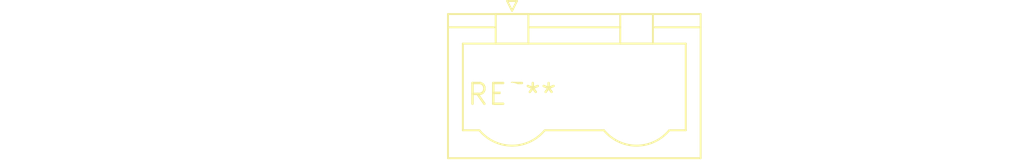
<source format=kicad_pcb>
(kicad_pcb (version 20240108) (generator pcbnew)
  (layers (0 "F.Cu" signal) (31 "B.Cu" signal) (34 "B.Paste" user) (35 "F.Paste" user) (36 "B.SilkS" user "B.Silkscreen") (37 "F.SilkS" user "F.Silkscreen") (38 "B.Mask" user) (39 "F.Mask" user) (44 "Edge.Cuts" user))
  (net 0 "")
  (footprint "PhoenixContact_GMSTBVA_2,5_2-G-7,62_1x02_P7.62mm_Vertical" (layer "F.Cu") (at 0 0)
    (property "Reference" "REF**")
    (property "Value" "PhoenixContact_GMSTBVA_2,5_2-G-7,62_1x02_P7.62mm_Vertical")
    (fp_line (start -3.92 -4.91) (end -3.92 3.91) (layer "F.SilkS") (stroke (width 0.12)))
    (fp_line (start -3.92 -4.1) (end -1.11 -4.1) (layer "F.SilkS") (stroke (width 0.12)))
    (fp_line (start -3.92 3.91) (end 11.54 3.91) (layer "F.SilkS") (stroke (width 0.12)))
    (fp_line (start -3.01 -3.1) (end 10.63 -3.1) (layer "F.SilkS") (stroke (width 0.12)))
    (fp_line (start -3.01 2.2) (end -3.01 -3.1) (layer "F.SilkS") (stroke (width 0.12)))
    (fp_line (start -2 2.2) (end -3.01 2.2) (layer "F.SilkS") (stroke (width 0.12)))
    (fp_line (start -1 -4.91) (end 1 -4.91) (layer "F.SilkS") (stroke (width 0.12)))
    (fp_line (start -1 -3.1) (end -1 -4.91) (layer "F.SilkS") (stroke (width 0.12)))
    (fp_line (start -0.3 -5.71) (end 0.3 -5.71) (layer "F.SilkS") (stroke (width 0.12)))
    (fp_line (start 0 -5.11) (end -0.3 -5.71) (layer "F.SilkS") (stroke (width 0.12)))
    (fp_line (start 0.3 -5.71) (end 0 -5.11) (layer "F.SilkS") (stroke (width 0.12)))
    (fp_line (start 1 -4.91) (end 1 -3.1) (layer "F.SilkS") (stroke (width 0.12)))
    (fp_line (start 1 -4.1) (end 6.62 -4.1) (layer "F.SilkS") (stroke (width 0.12)))
    (fp_line (start 1 -3.1) (end -1 -3.1) (layer "F.SilkS") (stroke (width 0.12)))
    (fp_line (start 2 2.2) (end 5.62 2.2) (layer "F.SilkS") (stroke (width 0.12)))
    (fp_line (start 6.62 -4.91) (end 8.62 -4.91) (layer "F.SilkS") (stroke (width 0.12)))
    (fp_line (start 6.62 -3.1) (end 6.62 -4.91) (layer "F.SilkS") (stroke (width 0.12)))
    (fp_line (start 8.62 -4.91) (end 8.62 -3.1) (layer "F.SilkS") (stroke (width 0.12)))
    (fp_line (start 8.62 -3.1) (end 6.62 -3.1) (layer "F.SilkS") (stroke (width 0.12)))
    (fp_line (start 10.63 -3.1) (end 10.63 2.2) (layer "F.SilkS") (stroke (width 0.12)))
    (fp_line (start 10.63 2.2) (end 9.62 2.2) (layer "F.SilkS") (stroke (width 0.12)))
    (fp_line (start 11.54 -4.91) (end -3.92 -4.91) (layer "F.SilkS") (stroke (width 0.12)))
    (fp_line (start 11.54 -4.1) (end 8.73 -4.1) (layer "F.SilkS") (stroke (width 0.12)))
    (fp_line (start 11.54 3.91) (end 11.54 -4.91) (layer "F.SilkS") (stroke (width 0.12)))
    (fp_arc (start 1.986842 2.215821) (mid -0.010289 3.142758) (end -2 2.2) (layer "F.SilkS") (stroke (width 0.12)))
    (fp_arc (start 9.606842 2.215821) (mid 7.609711 3.142758) (end 5.62 2.2) (layer "F.SilkS") (stroke (width 0.12)))
    (pad "1" thru_hole roundrect (at 0 0) (size 2.1 3.6) (drill 1.4) (layers *.Cu *.Mask) (remove_unused_layers) (roundrect_rratio 0.119048))
    (pad "2" thru_hole oval (at 7.62 0) (size 2.1 3.6) (drill 1.4) (layers *.Cu *.Mask) (remove_unused_layers))
  )
)
</source>
